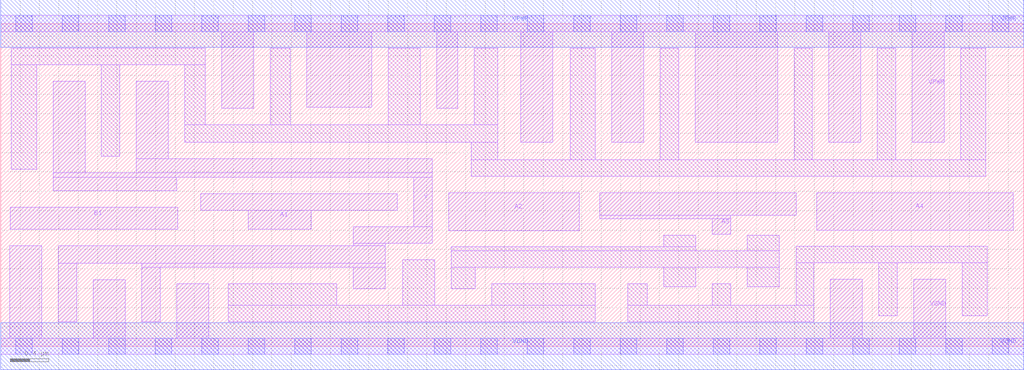
<source format=lef>
# Copyright 2020 The SkyWater PDK Authors
#
# Licensed under the Apache License, Version 2.0 (the "License");
# you may not use this file except in compliance with the License.
# You may obtain a copy of the License at
#
#     https://www.apache.org/licenses/LICENSE-2.0
#
# Unless required by applicable law or agreed to in writing, software
# distributed under the License is distributed on an "AS IS" BASIS,
# WITHOUT WARRANTIES OR CONDITIONS OF ANY KIND, either express or implied.
# See the License for the specific language governing permissions and
# limitations under the License.
#
# SPDX-License-Identifier: Apache-2.0

VERSION 5.7 ;
  NAMESCASESENSITIVE ON ;
  NOWIREEXTENSIONATPIN ON ;
  DIVIDERCHAR "/" ;
  BUSBITCHARS "[]" ;
UNITS
  DATABASE MICRONS 200 ;
END UNITS
MACRO sky130_fd_sc_lp__a41oi_4
  CLASS CORE ;
  SOURCE USER ;
  FOREIGN sky130_fd_sc_lp__a41oi_4 ;
  ORIGIN  0.000000  0.000000 ;
  SIZE  10.56000 BY  3.330000 ;
  SYMMETRY X Y R90 ;
  SITE unit ;
  PIN A1
    ANTENNAGATEAREA  1.260000 ;
    DIRECTION INPUT ;
    USE SIGNAL ;
    PORT
      LAYER li1 ;
        RECT 2.065000 1.405000 4.095000 1.575000 ;
        RECT 2.555000 1.210000 3.205000 1.405000 ;
    END
  END A1
  PIN A2
    ANTENNAGATEAREA  1.260000 ;
    DIRECTION INPUT ;
    USE SIGNAL ;
    PORT
      LAYER li1 ;
        RECT 4.625000 1.195000 5.975000 1.585000 ;
    END
  END A2
  PIN A3
    ANTENNAGATEAREA  1.260000 ;
    DIRECTION INPUT ;
    USE SIGNAL ;
    PORT
      LAYER li1 ;
        RECT 6.185000 1.315000 7.535000 1.355000 ;
        RECT 6.185000 1.355000 8.215000 1.585000 ;
        RECT 7.345000 1.155000 7.535000 1.315000 ;
    END
  END A3
  PIN A4
    ANTENNAGATEAREA  1.260000 ;
    DIRECTION INPUT ;
    USE SIGNAL ;
    PORT
      LAYER li1 ;
        RECT 8.425000 1.200000 10.455000 1.585000 ;
    END
  END A4
  PIN B1
    ANTENNAGATEAREA  1.260000 ;
    DIRECTION INPUT ;
    USE SIGNAL ;
    PORT
      LAYER li1 ;
        RECT 0.100000 1.210000 1.825000 1.435000 ;
    END
  END B1
  PIN Y
    ANTENNADIFFAREA  1.646400 ;
    DIRECTION OUTPUT ;
    USE SIGNAL ;
    PORT
      LAYER li1 ;
        RECT 0.540000 1.605000 1.815000 1.745000 ;
        RECT 0.540000 1.745000 4.455000 1.790000 ;
        RECT 0.540000 1.790000 0.870000 2.735000 ;
        RECT 0.595000 0.255000 0.785000 0.855000 ;
        RECT 0.595000 0.855000 3.970000 1.040000 ;
        RECT 1.400000 1.790000 4.455000 1.935000 ;
        RECT 1.400000 1.935000 1.730000 2.735000 ;
        RECT 1.455000 0.255000 1.645000 0.815000 ;
        RECT 1.455000 0.815000 3.970000 0.855000 ;
        RECT 3.640000 0.595000 3.970000 0.815000 ;
        RECT 3.640000 1.040000 3.970000 1.065000 ;
        RECT 3.640000 1.065000 4.455000 1.235000 ;
        RECT 4.265000 1.235000 4.455000 1.745000 ;
    END
  END Y
  PIN VGND
    DIRECTION INOUT ;
    USE GROUND ;
    PORT
      LAYER li1 ;
        RECT 0.000000 -0.085000 10.560000 0.085000 ;
        RECT 0.095000  0.085000  0.425000 1.040000 ;
        RECT 0.955000  0.085000  1.285000 0.685000 ;
        RECT 1.815000  0.085000  2.145000 0.645000 ;
        RECT 8.565000  0.085000  8.895000 0.690000 ;
        RECT 9.425000  0.085000  9.755000 0.690000 ;
      LAYER mcon ;
        RECT  0.155000 -0.085000  0.325000 0.085000 ;
        RECT  0.635000 -0.085000  0.805000 0.085000 ;
        RECT  1.115000 -0.085000  1.285000 0.085000 ;
        RECT  1.595000 -0.085000  1.765000 0.085000 ;
        RECT  2.075000 -0.085000  2.245000 0.085000 ;
        RECT  2.555000 -0.085000  2.725000 0.085000 ;
        RECT  3.035000 -0.085000  3.205000 0.085000 ;
        RECT  3.515000 -0.085000  3.685000 0.085000 ;
        RECT  3.995000 -0.085000  4.165000 0.085000 ;
        RECT  4.475000 -0.085000  4.645000 0.085000 ;
        RECT  4.955000 -0.085000  5.125000 0.085000 ;
        RECT  5.435000 -0.085000  5.605000 0.085000 ;
        RECT  5.915000 -0.085000  6.085000 0.085000 ;
        RECT  6.395000 -0.085000  6.565000 0.085000 ;
        RECT  6.875000 -0.085000  7.045000 0.085000 ;
        RECT  7.355000 -0.085000  7.525000 0.085000 ;
        RECT  7.835000 -0.085000  8.005000 0.085000 ;
        RECT  8.315000 -0.085000  8.485000 0.085000 ;
        RECT  8.795000 -0.085000  8.965000 0.085000 ;
        RECT  9.275000 -0.085000  9.445000 0.085000 ;
        RECT  9.755000 -0.085000  9.925000 0.085000 ;
        RECT 10.235000 -0.085000 10.405000 0.085000 ;
      LAYER met1 ;
        RECT 0.000000 -0.245000 10.560000 0.245000 ;
    END
  END VGND
  PIN VPWR
    DIRECTION INOUT ;
    USE POWER ;
    PORT
      LAYER li1 ;
        RECT 0.000000 3.245000 10.560000 3.415000 ;
        RECT 2.280000 2.455000  2.610000 3.245000 ;
        RECT 3.160000 2.465000  3.830000 3.245000 ;
        RECT 4.500000 2.455000  4.720000 3.245000 ;
        RECT 5.370000 2.105000  5.700000 3.245000 ;
        RECT 6.310000 2.105000  6.640000 3.245000 ;
        RECT 7.170000 2.105000  8.020000 3.245000 ;
        RECT 8.550000 2.105000  8.880000 3.245000 ;
        RECT 9.410000 2.105000  9.740000 3.245000 ;
      LAYER mcon ;
        RECT  0.155000 3.245000  0.325000 3.415000 ;
        RECT  0.635000 3.245000  0.805000 3.415000 ;
        RECT  1.115000 3.245000  1.285000 3.415000 ;
        RECT  1.595000 3.245000  1.765000 3.415000 ;
        RECT  2.075000 3.245000  2.245000 3.415000 ;
        RECT  2.555000 3.245000  2.725000 3.415000 ;
        RECT  3.035000 3.245000  3.205000 3.415000 ;
        RECT  3.515000 3.245000  3.685000 3.415000 ;
        RECT  3.995000 3.245000  4.165000 3.415000 ;
        RECT  4.475000 3.245000  4.645000 3.415000 ;
        RECT  4.955000 3.245000  5.125000 3.415000 ;
        RECT  5.435000 3.245000  5.605000 3.415000 ;
        RECT  5.915000 3.245000  6.085000 3.415000 ;
        RECT  6.395000 3.245000  6.565000 3.415000 ;
        RECT  6.875000 3.245000  7.045000 3.415000 ;
        RECT  7.355000 3.245000  7.525000 3.415000 ;
        RECT  7.835000 3.245000  8.005000 3.415000 ;
        RECT  8.315000 3.245000  8.485000 3.415000 ;
        RECT  8.795000 3.245000  8.965000 3.415000 ;
        RECT  9.275000 3.245000  9.445000 3.415000 ;
        RECT  9.755000 3.245000  9.925000 3.415000 ;
        RECT 10.235000 3.245000 10.405000 3.415000 ;
      LAYER met1 ;
        RECT 0.000000 3.085000 10.560000 3.575000 ;
    END
  END VPWR
  OBS
    LAYER li1 ;
      RECT 0.110000 1.825000  0.370000 2.905000 ;
      RECT 0.110000 2.905000  2.110000 3.075000 ;
      RECT 1.040000 1.960000  1.230000 2.905000 ;
      RECT 1.900000 2.105000  5.130000 2.285000 ;
      RECT 1.900000 2.285000  2.110000 2.905000 ;
      RECT 2.350000 0.255000  6.140000 0.425000 ;
      RECT 2.350000 0.425000  3.470000 0.645000 ;
      RECT 2.780000 2.285000  2.990000 3.075000 ;
      RECT 4.000000 2.285000  4.330000 3.075000 ;
      RECT 4.150000 0.425000  4.480000 0.895000 ;
      RECT 4.650000 0.595000  4.900000 0.815000 ;
      RECT 4.650000 0.815000  8.035000 0.985000 ;
      RECT 4.650000 0.985000  7.175000 1.025000 ;
      RECT 4.860000 1.755000 10.170000 1.925000 ;
      RECT 4.860000 1.925000  5.130000 2.105000 ;
      RECT 4.890000 2.285000  5.130000 3.075000 ;
      RECT 5.070000 0.425000  6.140000 0.645000 ;
      RECT 5.880000 1.925000  6.140000 3.075000 ;
      RECT 6.475000 0.255000  8.395000 0.425000 ;
      RECT 6.475000 0.425000  6.675000 0.645000 ;
      RECT 6.810000 1.925000  7.000000 3.075000 ;
      RECT 6.845000 0.615000  7.175000 0.815000 ;
      RECT 6.845000 1.025000  7.175000 1.145000 ;
      RECT 7.345000 0.425000  7.535000 0.645000 ;
      RECT 7.705000 0.615000  8.035000 0.815000 ;
      RECT 7.705000 0.985000  8.035000 1.145000 ;
      RECT 8.190000 1.925000  8.380000 3.075000 ;
      RECT 8.215000 0.425000  8.395000 0.860000 ;
      RECT 8.215000 0.860000 10.185000 1.030000 ;
      RECT 9.050000 1.925000  9.240000 3.075000 ;
      RECT 9.065000 0.315000  9.255000 0.860000 ;
      RECT 9.910000 1.925000 10.170000 3.075000 ;
      RECT 9.925000 0.315000 10.185000 0.860000 ;
  END
END sky130_fd_sc_lp__a41oi_4

</source>
